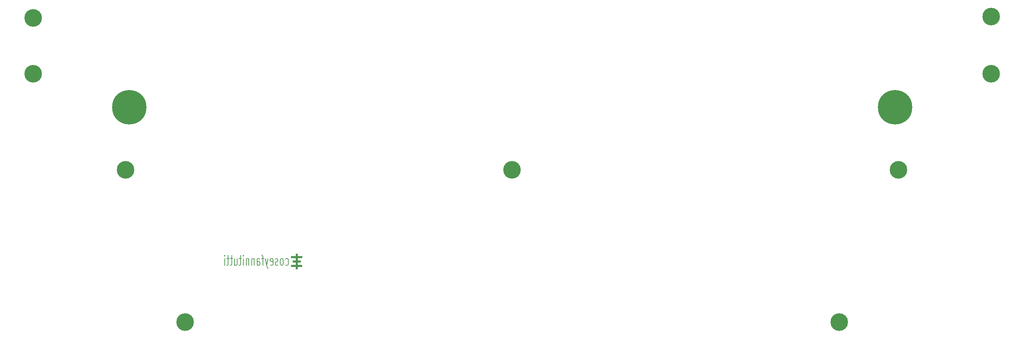
<source format=gbr>
G04 #@! TF.GenerationSoftware,KiCad,Pcbnew,(5.1.10)-1*
G04 #@! TF.CreationDate,2021-08-26T14:34:39+02:00*
G04 #@! TF.ProjectId,romeo-bottom,726f6d65-6f2d-4626-9f74-746f6d2e6b69,rev?*
G04 #@! TF.SameCoordinates,Original*
G04 #@! TF.FileFunction,Soldermask,Bot*
G04 #@! TF.FilePolarity,Negative*
%FSLAX46Y46*%
G04 Gerber Fmt 4.6, Leading zero omitted, Abs format (unit mm)*
G04 Created by KiCad (PCBNEW (5.1.10)-1) date 2021-08-26 14:34:39*
%MOMM*%
%LPD*%
G01*
G04 APERTURE LIST*
%ADD10C,0.200000*%
%ADD11C,0.010000*%
%ADD12C,8.600000*%
%ADD13C,4.400000*%
G04 APERTURE END LIST*
D10*
X88870514Y-77567504D02*
X89013371Y-77686552D01*
X89299085Y-77686552D01*
X89441942Y-77567504D01*
X89513371Y-77448457D01*
X89584800Y-77210361D01*
X89584800Y-76496076D01*
X89513371Y-76257980D01*
X89441942Y-76138933D01*
X89299085Y-76019885D01*
X89013371Y-76019885D01*
X88870514Y-76138933D01*
X88013371Y-77686552D02*
X88156228Y-77567504D01*
X88227657Y-77448457D01*
X88299085Y-77210361D01*
X88299085Y-76496076D01*
X88227657Y-76257980D01*
X88156228Y-76138933D01*
X88013371Y-76019885D01*
X87799085Y-76019885D01*
X87656228Y-76138933D01*
X87584800Y-76257980D01*
X87513371Y-76496076D01*
X87513371Y-77210361D01*
X87584800Y-77448457D01*
X87656228Y-77567504D01*
X87799085Y-77686552D01*
X88013371Y-77686552D01*
X86941942Y-77567504D02*
X86799085Y-77686552D01*
X86513371Y-77686552D01*
X86370514Y-77567504D01*
X86299085Y-77329409D01*
X86299085Y-77210361D01*
X86370514Y-76972266D01*
X86513371Y-76853219D01*
X86727657Y-76853219D01*
X86870514Y-76734171D01*
X86941942Y-76496076D01*
X86941942Y-76377028D01*
X86870514Y-76138933D01*
X86727657Y-76019885D01*
X86513371Y-76019885D01*
X86370514Y-76138933D01*
X85084800Y-77567504D02*
X85227657Y-77686552D01*
X85513371Y-77686552D01*
X85656228Y-77567504D01*
X85727657Y-77329409D01*
X85727657Y-76377028D01*
X85656228Y-76138933D01*
X85513371Y-76019885D01*
X85227657Y-76019885D01*
X85084800Y-76138933D01*
X85013371Y-76377028D01*
X85013371Y-76615123D01*
X85727657Y-76853219D01*
X84513371Y-76019885D02*
X84156228Y-77686552D01*
X83799085Y-76019885D02*
X84156228Y-77686552D01*
X84299085Y-78281790D01*
X84370514Y-78400838D01*
X84513371Y-78519885D01*
X83441942Y-76019885D02*
X82870514Y-76019885D01*
X83227657Y-77686552D02*
X83227657Y-75543695D01*
X83156228Y-75305600D01*
X83013371Y-75186552D01*
X82870514Y-75186552D01*
X81727657Y-77686552D02*
X81727657Y-76377028D01*
X81799085Y-76138933D01*
X81941942Y-76019885D01*
X82227657Y-76019885D01*
X82370514Y-76138933D01*
X81727657Y-77567504D02*
X81870514Y-77686552D01*
X82227657Y-77686552D01*
X82370514Y-77567504D01*
X82441942Y-77329409D01*
X82441942Y-77091314D01*
X82370514Y-76853219D01*
X82227657Y-76734171D01*
X81870514Y-76734171D01*
X81727657Y-76615123D01*
X81013371Y-76019885D02*
X81013371Y-77686552D01*
X81013371Y-76257980D02*
X80941942Y-76138933D01*
X80799085Y-76019885D01*
X80584800Y-76019885D01*
X80441942Y-76138933D01*
X80370514Y-76377028D01*
X80370514Y-77686552D01*
X79656228Y-76019885D02*
X79656228Y-77686552D01*
X79656228Y-76257980D02*
X79584800Y-76138933D01*
X79441942Y-76019885D01*
X79227657Y-76019885D01*
X79084800Y-76138933D01*
X79013371Y-76377028D01*
X79013371Y-77686552D01*
X78299085Y-77686552D02*
X78299085Y-76019885D01*
X78299085Y-75186552D02*
X78370514Y-75305600D01*
X78299085Y-75424647D01*
X78227657Y-75305600D01*
X78299085Y-75186552D01*
X78299085Y-75424647D01*
X77799085Y-76019885D02*
X77227657Y-76019885D01*
X77584800Y-75186552D02*
X77584800Y-77329409D01*
X77513371Y-77567504D01*
X77370514Y-77686552D01*
X77227657Y-77686552D01*
X76084800Y-76019885D02*
X76084800Y-77686552D01*
X76727657Y-76019885D02*
X76727657Y-77329409D01*
X76656228Y-77567504D01*
X76513371Y-77686552D01*
X76299085Y-77686552D01*
X76156228Y-77567504D01*
X76084800Y-77448457D01*
X75584800Y-76019885D02*
X75013371Y-76019885D01*
X75370514Y-75186552D02*
X75370514Y-77329409D01*
X75299085Y-77567504D01*
X75156228Y-77686552D01*
X75013371Y-77686552D01*
X74727657Y-76019885D02*
X74156228Y-76019885D01*
X74513371Y-75186552D02*
X74513371Y-77329409D01*
X74441942Y-77567504D01*
X74299085Y-77686552D01*
X74156228Y-77686552D01*
X73656228Y-77686552D02*
X73656228Y-76019885D01*
X73656228Y-75186552D02*
X73727657Y-75305600D01*
X73656228Y-75424647D01*
X73584800Y-75305600D01*
X73656228Y-75186552D01*
X73656228Y-75424647D01*
D11*
G36*
X91837934Y-78001377D02*
G01*
X92407317Y-77999200D01*
X92976700Y-77997024D01*
X92976700Y-77590624D01*
X91837934Y-77586272D01*
X91837934Y-76925991D01*
X92557601Y-76925991D01*
X92557601Y-76494191D01*
X91837934Y-76494191D01*
X91837934Y-75816977D01*
X92407317Y-75814800D01*
X92976700Y-75812624D01*
X92978963Y-75598841D01*
X92981225Y-75385058D01*
X91837934Y-75385058D01*
X91837934Y-74766991D01*
X91397667Y-74766991D01*
X91397667Y-75385058D01*
X90263134Y-75385058D01*
X90263134Y-75816857D01*
X91397667Y-75816857D01*
X91397667Y-76494191D01*
X90686467Y-76494191D01*
X90686467Y-76925991D01*
X91397667Y-76925991D01*
X91397667Y-77586391D01*
X90263134Y-77586391D01*
X90263134Y-78001257D01*
X91397448Y-78001257D01*
X91401900Y-78589691D01*
X91619917Y-78591950D01*
X91837934Y-78594210D01*
X91837934Y-78001377D01*
G37*
X91837934Y-78001377D02*
X92407317Y-77999200D01*
X92976700Y-77997024D01*
X92976700Y-77590624D01*
X91837934Y-77586272D01*
X91837934Y-76925991D01*
X92557601Y-76925991D01*
X92557601Y-76494191D01*
X91837934Y-76494191D01*
X91837934Y-75816977D01*
X92407317Y-75814800D01*
X92976700Y-75812624D01*
X92978963Y-75598841D01*
X92981225Y-75385058D01*
X91837934Y-75385058D01*
X91837934Y-74766991D01*
X91397667Y-74766991D01*
X91397667Y-75385058D01*
X90263134Y-75385058D01*
X90263134Y-75816857D01*
X91397667Y-75816857D01*
X91397667Y-76494191D01*
X90686467Y-76494191D01*
X90686467Y-76925991D01*
X91397667Y-76925991D01*
X91397667Y-77586391D01*
X90263134Y-77586391D01*
X90263134Y-78001257D01*
X91397448Y-78001257D01*
X91401900Y-78589691D01*
X91619917Y-78591950D01*
X91837934Y-78594210D01*
X91837934Y-78001377D01*
D12*
X241366999Y-38133400D03*
X49717001Y-38133400D03*
D13*
X227380800Y-91922600D03*
X63703200Y-91922600D03*
X48844200Y-53822600D03*
X242239800Y-53822600D03*
X145504499Y-53822600D03*
X265366999Y-15497599D03*
X265366999Y-29772600D03*
X25717001Y-29772600D03*
X25717001Y-15772600D03*
M02*

</source>
